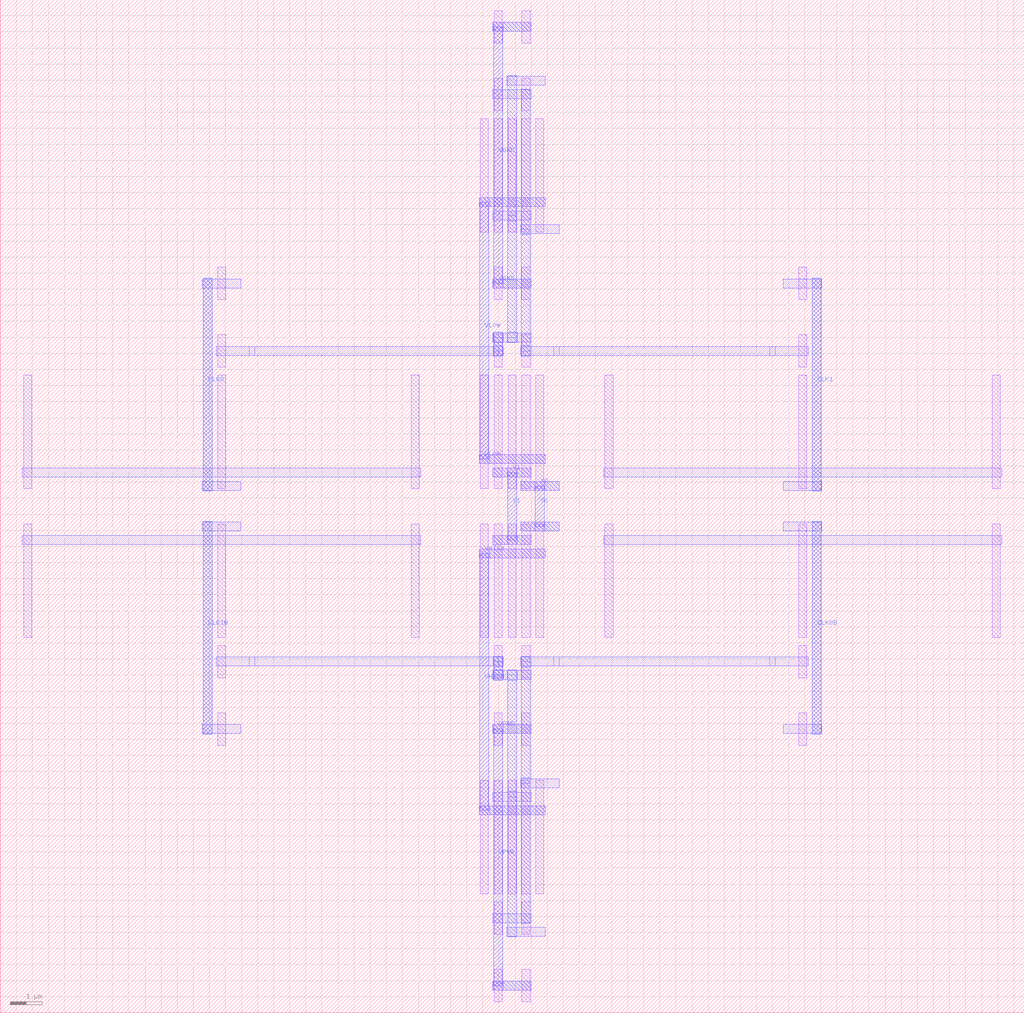
<source format=lef>
MACRO DCDC_HUNIT_CONV2TO1
  ORIGIN 0 0 ;
  FOREIGN DCDC_HUNIT_CONV2TO1 0 0 ;
  SIZE 31.82 BY 31.5 ;
  PIN CLK1B
    DIRECTION INOUT ;
    USE SIGNAL ;
    PORT 
      LAYER M3 ;
        RECT 6.31 8.66 6.59 15.28 ;
    END
  END CLK1B
  PIN CLK0B
    DIRECTION INOUT ;
    USE SIGNAL ;
    PORT 
      LAYER M3 ;
        RECT 25.23 8.66 25.51 15.28 ;
    END
  END CLK0B
  PIN VHIGH
    DIRECTION INOUT ;
    USE SIGNAL ;
    PORT 
      LAYER M2 ;
        RECT 14.88 6.16 16.94 6.44 ;
      LAYER M2 ;
        RECT 14.88 14.14 16.94 14.42 ;
      LAYER M2 ;
        RECT 14.89 6.16 15.21 6.44 ;
      LAYER M3 ;
        RECT 14.91 6.3 15.19 14.28 ;
      LAYER M2 ;
        RECT 14.89 14.14 15.21 14.42 ;
    END
  END VHIGH
  PIN Y0
    DIRECTION INOUT ;
    USE SIGNAL ;
    PORT 
      LAYER M2 ;
        RECT 16.17 14.98 17.37 15.26 ;
      LAYER M2 ;
        RECT 16.17 16.24 17.37 16.52 ;
      LAYER M2 ;
        RECT 16.61 14.98 16.93 15.26 ;
      LAYER M3 ;
        RECT 16.63 15.12 16.91 16.38 ;
      LAYER M2 ;
        RECT 16.61 16.24 16.93 16.52 ;
    END
  END Y0
  PIN Y1
    DIRECTION INOUT ;
    USE SIGNAL ;
    PORT 
      LAYER M2 ;
        RECT 15.31 14.56 16.51 14.84 ;
      LAYER M2 ;
        RECT 15.31 16.66 16.51 16.94 ;
      LAYER M2 ;
        RECT 15.75 14.56 16.07 14.84 ;
      LAYER M3 ;
        RECT 15.77 14.7 16.05 16.8 ;
      LAYER M2 ;
        RECT 15.75 16.66 16.07 16.94 ;
    END
  END Y1
  PIN VPWR
    DIRECTION INOUT ;
    USE SIGNAL ;
    PORT 
      LAYER M2 ;
        RECT 15.31 0.7 16.51 0.98 ;
      LAYER M2 ;
        RECT 15.31 8.68 16.51 8.96 ;
      LAYER M2 ;
        RECT 15.32 0.7 15.64 0.98 ;
      LAYER M3 ;
        RECT 15.34 0.84 15.62 8.82 ;
      LAYER M2 ;
        RECT 15.32 8.68 15.64 8.96 ;
    END
  END VPWR
  PIN CLK0
    DIRECTION INOUT ;
    USE SIGNAL ;
    PORT 
      LAYER M3 ;
        RECT 6.31 16.22 6.59 22.84 ;
    END
  END CLK0
  PIN CLK1
    DIRECTION INOUT ;
    USE SIGNAL ;
    PORT 
      LAYER M3 ;
        RECT 25.23 16.22 25.51 22.84 ;
    END
  END CLK1
  PIN VLOW
    DIRECTION INOUT ;
    USE SIGNAL ;
    PORT 
      LAYER M2 ;
        RECT 14.88 25.06 16.94 25.34 ;
      LAYER M2 ;
        RECT 14.88 17.08 16.94 17.36 ;
      LAYER M2 ;
        RECT 14.89 25.06 15.21 25.34 ;
      LAYER M3 ;
        RECT 14.91 17.22 15.19 25.2 ;
      LAYER M2 ;
        RECT 14.89 17.08 15.21 17.36 ;
    END
  END VLOW
  PIN VGND
    DIRECTION INOUT ;
    USE SIGNAL ;
    PORT 
      LAYER M2 ;
        RECT 15.31 30.52 16.51 30.8 ;
      LAYER M2 ;
        RECT 15.31 22.54 16.51 22.82 ;
      LAYER M2 ;
        RECT 15.32 30.52 15.64 30.8 ;
      LAYER M3 ;
        RECT 15.34 22.68 15.62 30.66 ;
      LAYER M2 ;
        RECT 15.32 22.54 15.64 22.82 ;
    END
  END VGND
  OBS 
  LAYER M3 ;
        RECT 16.2 2.78 16.48 7.3 ;
  LAYER M2 ;
        RECT 16.17 10.78 17.37 11.06 ;
  LAYER M2 ;
        RECT 23.91 10.78 25.11 11.06 ;
  LAYER M3 ;
        RECT 16.2 7.14 16.48 10.92 ;
  LAYER M2 ;
        RECT 16.18 10.78 16.5 11.06 ;
  LAYER M2 ;
        RECT 17.2 10.78 24.08 11.06 ;
  LAYER M2 ;
        RECT 16.18 10.78 16.5 11.06 ;
  LAYER M3 ;
        RECT 16.2 10.76 16.48 11.08 ;
  LAYER M2 ;
        RECT 16.18 10.78 16.5 11.06 ;
  LAYER M3 ;
        RECT 16.2 10.76 16.48 11.08 ;
  LAYER M2 ;
        RECT 16.18 10.78 16.5 11.06 ;
  LAYER M3 ;
        RECT 16.2 10.76 16.48 11.08 ;
  LAYER M2 ;
        RECT 16.18 10.78 16.5 11.06 ;
  LAYER M3 ;
        RECT 16.2 10.76 16.48 11.08 ;
  LAYER M3 ;
        RECT 15.77 2.36 16.05 6.88 ;
  LAYER M2 ;
        RECT 15.31 10.36 16.51 10.64 ;
  LAYER M2 ;
        RECT 6.71 10.78 7.91 11.06 ;
  LAYER M3 ;
        RECT 15.77 6.72 16.05 10.5 ;
  LAYER M2 ;
        RECT 15.75 10.36 16.07 10.64 ;
  LAYER M2 ;
        RECT 15.32 10.36 15.64 10.64 ;
  LAYER M3 ;
        RECT 15.34 10.5 15.62 10.92 ;
  LAYER M2 ;
        RECT 7.74 10.78 15.48 11.06 ;
  LAYER M2 ;
        RECT 15.75 10.36 16.07 10.64 ;
  LAYER M3 ;
        RECT 15.77 10.34 16.05 10.66 ;
  LAYER M2 ;
        RECT 15.75 10.36 16.07 10.64 ;
  LAYER M3 ;
        RECT 15.77 10.34 16.05 10.66 ;
  LAYER M2 ;
        RECT 15.32 10.36 15.64 10.64 ;
  LAYER M3 ;
        RECT 15.34 10.34 15.62 10.66 ;
  LAYER M2 ;
        RECT 15.32 10.78 15.64 11.06 ;
  LAYER M3 ;
        RECT 15.34 10.76 15.62 11.08 ;
  LAYER M2 ;
        RECT 15.75 10.36 16.07 10.64 ;
  LAYER M3 ;
        RECT 15.77 10.34 16.05 10.66 ;
  LAYER M2 ;
        RECT 15.32 10.36 15.64 10.64 ;
  LAYER M3 ;
        RECT 15.34 10.34 15.62 10.66 ;
  LAYER M2 ;
        RECT 15.32 10.78 15.64 11.06 ;
  LAYER M3 ;
        RECT 15.34 10.76 15.62 11.08 ;
  LAYER M2 ;
        RECT 15.75 10.36 16.07 10.64 ;
  LAYER M3 ;
        RECT 15.77 10.34 16.05 10.66 ;
  LAYER M1 ;
        RECT 16.215 3.695 16.465 7.225 ;
  LAYER M1 ;
        RECT 16.215 2.435 16.465 3.445 ;
  LAYER M1 ;
        RECT 16.215 0.335 16.465 1.345 ;
  LAYER M1 ;
        RECT 16.645 3.695 16.895 7.225 ;
  LAYER M1 ;
        RECT 15.785 3.695 16.035 7.225 ;
  LAYER M1 ;
        RECT 15.355 3.695 15.605 7.225 ;
  LAYER M1 ;
        RECT 15.355 2.435 15.605 3.445 ;
  LAYER M1 ;
        RECT 15.355 0.335 15.605 1.345 ;
  LAYER M1 ;
        RECT 14.925 3.695 15.175 7.225 ;
  LAYER M2 ;
        RECT 16.17 7 17.37 7.28 ;
  LAYER M2 ;
        RECT 15.31 2.8 16.51 3.08 ;
  LAYER M2 ;
        RECT 15.31 6.58 16.51 6.86 ;
  LAYER M2 ;
        RECT 15.74 2.38 16.94 2.66 ;
  LAYER M2 ;
        RECT 15.31 0.7 16.51 0.98 ;
  LAYER M3 ;
        RECT 16.2 2.78 16.48 7.3 ;
  LAYER M3 ;
        RECT 15.77 2.36 16.05 6.88 ;
  LAYER M2 ;
        RECT 14.88 6.16 16.94 6.44 ;
  LAYER M1 ;
        RECT 16.215 11.675 16.465 15.205 ;
  LAYER M1 ;
        RECT 16.215 10.415 16.465 11.425 ;
  LAYER M1 ;
        RECT 16.215 8.315 16.465 9.325 ;
  LAYER M1 ;
        RECT 16.645 11.675 16.895 15.205 ;
  LAYER M1 ;
        RECT 15.785 11.675 16.035 15.205 ;
  LAYER M1 ;
        RECT 15.355 11.675 15.605 15.205 ;
  LAYER M1 ;
        RECT 15.355 10.415 15.605 11.425 ;
  LAYER M1 ;
        RECT 15.355 8.315 15.605 9.325 ;
  LAYER M1 ;
        RECT 14.925 11.675 15.175 15.205 ;
  LAYER M2 ;
        RECT 15.31 8.68 16.51 8.96 ;
  LAYER M2 ;
        RECT 16.17 14.98 17.37 15.26 ;
  LAYER M2 ;
        RECT 15.31 14.56 16.51 14.84 ;
  LAYER M2 ;
        RECT 16.17 10.78 17.37 11.06 ;
  LAYER M2 ;
        RECT 15.31 10.36 16.51 10.64 ;
  LAYER M2 ;
        RECT 14.88 14.14 16.94 14.42 ;
  LAYER M1 ;
        RECT 24.815 11.675 25.065 15.205 ;
  LAYER M1 ;
        RECT 24.815 10.415 25.065 11.425 ;
  LAYER M1 ;
        RECT 24.815 8.315 25.065 9.325 ;
  LAYER M1 ;
        RECT 18.795 11.675 19.045 15.205 ;
  LAYER M1 ;
        RECT 30.835 11.675 31.085 15.205 ;
  LAYER M2 ;
        RECT 24.34 14.98 25.54 15.26 ;
  LAYER M2 ;
        RECT 18.75 14.56 31.13 14.84 ;
  LAYER M2 ;
        RECT 24.34 8.68 25.54 8.96 ;
  LAYER M2 ;
        RECT 23.91 10.78 25.11 11.06 ;
  LAYER M3 ;
        RECT 25.23 8.66 25.51 15.28 ;
  LAYER M1 ;
        RECT 6.755 11.675 7.005 15.205 ;
  LAYER M1 ;
        RECT 6.755 10.415 7.005 11.425 ;
  LAYER M1 ;
        RECT 6.755 8.315 7.005 9.325 ;
  LAYER M1 ;
        RECT 12.775 11.675 13.025 15.205 ;
  LAYER M1 ;
        RECT 0.735 11.675 0.985 15.205 ;
  LAYER M2 ;
        RECT 6.28 14.98 7.48 15.26 ;
  LAYER M2 ;
        RECT 0.69 14.56 13.07 14.84 ;
  LAYER M2 ;
        RECT 6.28 8.68 7.48 8.96 ;
  LAYER M2 ;
        RECT 6.71 10.78 7.91 11.06 ;
  LAYER M3 ;
        RECT 6.31 8.66 6.59 15.28 ;
  LAYER M3 ;
        RECT 16.2 24.2 16.48 28.72 ;
  LAYER M2 ;
        RECT 16.17 20.44 17.37 20.72 ;
  LAYER M2 ;
        RECT 23.91 20.44 25.11 20.72 ;
  LAYER M3 ;
        RECT 16.2 20.58 16.48 24.36 ;
  LAYER M2 ;
        RECT 16.18 20.44 16.5 20.72 ;
  LAYER M2 ;
        RECT 17.2 20.44 24.08 20.72 ;
  LAYER M2 ;
        RECT 16.18 20.44 16.5 20.72 ;
  LAYER M3 ;
        RECT 16.2 20.42 16.48 20.74 ;
  LAYER M2 ;
        RECT 16.18 20.44 16.5 20.72 ;
  LAYER M3 ;
        RECT 16.2 20.42 16.48 20.74 ;
  LAYER M2 ;
        RECT 16.18 20.44 16.5 20.72 ;
  LAYER M3 ;
        RECT 16.2 20.42 16.48 20.74 ;
  LAYER M2 ;
        RECT 16.18 20.44 16.5 20.72 ;
  LAYER M3 ;
        RECT 16.2 20.42 16.48 20.74 ;
  LAYER M3 ;
        RECT 15.77 24.62 16.05 29.14 ;
  LAYER M2 ;
        RECT 15.31 20.86 16.51 21.14 ;
  LAYER M2 ;
        RECT 6.71 20.44 7.91 20.72 ;
  LAYER M3 ;
        RECT 15.77 21 16.05 24.78 ;
  LAYER M2 ;
        RECT 15.75 20.86 16.07 21.14 ;
  LAYER M2 ;
        RECT 15.32 20.86 15.64 21.14 ;
  LAYER M3 ;
        RECT 15.34 20.58 15.62 21 ;
  LAYER M2 ;
        RECT 7.74 20.44 15.48 20.72 ;
  LAYER M2 ;
        RECT 15.75 20.86 16.07 21.14 ;
  LAYER M3 ;
        RECT 15.77 20.84 16.05 21.16 ;
  LAYER M2 ;
        RECT 15.75 20.86 16.07 21.14 ;
  LAYER M3 ;
        RECT 15.77 20.84 16.05 21.16 ;
  LAYER M2 ;
        RECT 15.32 20.86 15.64 21.14 ;
  LAYER M3 ;
        RECT 15.34 20.84 15.62 21.16 ;
  LAYER M2 ;
        RECT 15.32 20.44 15.64 20.72 ;
  LAYER M3 ;
        RECT 15.34 20.42 15.62 20.74 ;
  LAYER M2 ;
        RECT 15.75 20.86 16.07 21.14 ;
  LAYER M3 ;
        RECT 15.77 20.84 16.05 21.16 ;
  LAYER M2 ;
        RECT 15.32 20.86 15.64 21.14 ;
  LAYER M3 ;
        RECT 15.34 20.84 15.62 21.16 ;
  LAYER M2 ;
        RECT 15.32 20.44 15.64 20.72 ;
  LAYER M3 ;
        RECT 15.34 20.42 15.62 20.74 ;
  LAYER M2 ;
        RECT 15.75 20.86 16.07 21.14 ;
  LAYER M3 ;
        RECT 15.77 20.84 16.05 21.16 ;
  LAYER M1 ;
        RECT 16.215 24.275 16.465 27.805 ;
  LAYER M1 ;
        RECT 16.215 28.055 16.465 29.065 ;
  LAYER M1 ;
        RECT 16.215 30.155 16.465 31.165 ;
  LAYER M1 ;
        RECT 16.645 24.275 16.895 27.805 ;
  LAYER M1 ;
        RECT 15.785 24.275 16.035 27.805 ;
  LAYER M1 ;
        RECT 15.355 24.275 15.605 27.805 ;
  LAYER M1 ;
        RECT 15.355 28.055 15.605 29.065 ;
  LAYER M1 ;
        RECT 15.355 30.155 15.605 31.165 ;
  LAYER M1 ;
        RECT 14.925 24.275 15.175 27.805 ;
  LAYER M2 ;
        RECT 16.17 24.22 17.37 24.5 ;
  LAYER M2 ;
        RECT 15.31 28.42 16.51 28.7 ;
  LAYER M2 ;
        RECT 15.31 24.64 16.51 24.92 ;
  LAYER M2 ;
        RECT 15.74 28.84 16.94 29.12 ;
  LAYER M2 ;
        RECT 15.31 30.52 16.51 30.8 ;
  LAYER M3 ;
        RECT 16.2 24.2 16.48 28.72 ;
  LAYER M3 ;
        RECT 15.77 24.62 16.05 29.14 ;
  LAYER M2 ;
        RECT 14.88 25.06 16.94 25.34 ;
  LAYER M1 ;
        RECT 16.215 16.295 16.465 19.825 ;
  LAYER M1 ;
        RECT 16.215 20.075 16.465 21.085 ;
  LAYER M1 ;
        RECT 16.215 22.175 16.465 23.185 ;
  LAYER M1 ;
        RECT 16.645 16.295 16.895 19.825 ;
  LAYER M1 ;
        RECT 15.785 16.295 16.035 19.825 ;
  LAYER M1 ;
        RECT 15.355 16.295 15.605 19.825 ;
  LAYER M1 ;
        RECT 15.355 20.075 15.605 21.085 ;
  LAYER M1 ;
        RECT 15.355 22.175 15.605 23.185 ;
  LAYER M1 ;
        RECT 14.925 16.295 15.175 19.825 ;
  LAYER M2 ;
        RECT 15.31 22.54 16.51 22.82 ;
  LAYER M2 ;
        RECT 16.17 16.24 17.37 16.52 ;
  LAYER M2 ;
        RECT 15.31 16.66 16.51 16.94 ;
  LAYER M2 ;
        RECT 16.17 20.44 17.37 20.72 ;
  LAYER M2 ;
        RECT 15.31 20.86 16.51 21.14 ;
  LAYER M2 ;
        RECT 14.88 17.08 16.94 17.36 ;
  LAYER M1 ;
        RECT 24.815 16.295 25.065 19.825 ;
  LAYER M1 ;
        RECT 24.815 20.075 25.065 21.085 ;
  LAYER M1 ;
        RECT 24.815 22.175 25.065 23.185 ;
  LAYER M1 ;
        RECT 18.795 16.295 19.045 19.825 ;
  LAYER M1 ;
        RECT 30.835 16.295 31.085 19.825 ;
  LAYER M2 ;
        RECT 24.34 16.24 25.54 16.52 ;
  LAYER M2 ;
        RECT 18.75 16.66 31.13 16.94 ;
  LAYER M2 ;
        RECT 24.34 22.54 25.54 22.82 ;
  LAYER M2 ;
        RECT 23.91 20.44 25.11 20.72 ;
  LAYER M3 ;
        RECT 25.23 16.22 25.51 22.84 ;
  LAYER M1 ;
        RECT 6.755 16.295 7.005 19.825 ;
  LAYER M1 ;
        RECT 6.755 20.075 7.005 21.085 ;
  LAYER M1 ;
        RECT 6.755 22.175 7.005 23.185 ;
  LAYER M1 ;
        RECT 12.775 16.295 13.025 19.825 ;
  LAYER M1 ;
        RECT 0.735 16.295 0.985 19.825 ;
  LAYER M2 ;
        RECT 6.28 16.24 7.48 16.52 ;
  LAYER M2 ;
        RECT 0.69 16.66 13.07 16.94 ;
  LAYER M2 ;
        RECT 6.28 22.54 7.48 22.82 ;
  LAYER M2 ;
        RECT 6.71 20.44 7.91 20.72 ;
  LAYER M3 ;
        RECT 6.31 16.22 6.59 22.84 ;
  END 
END DCDC_HUNIT_CONV2TO1

</source>
